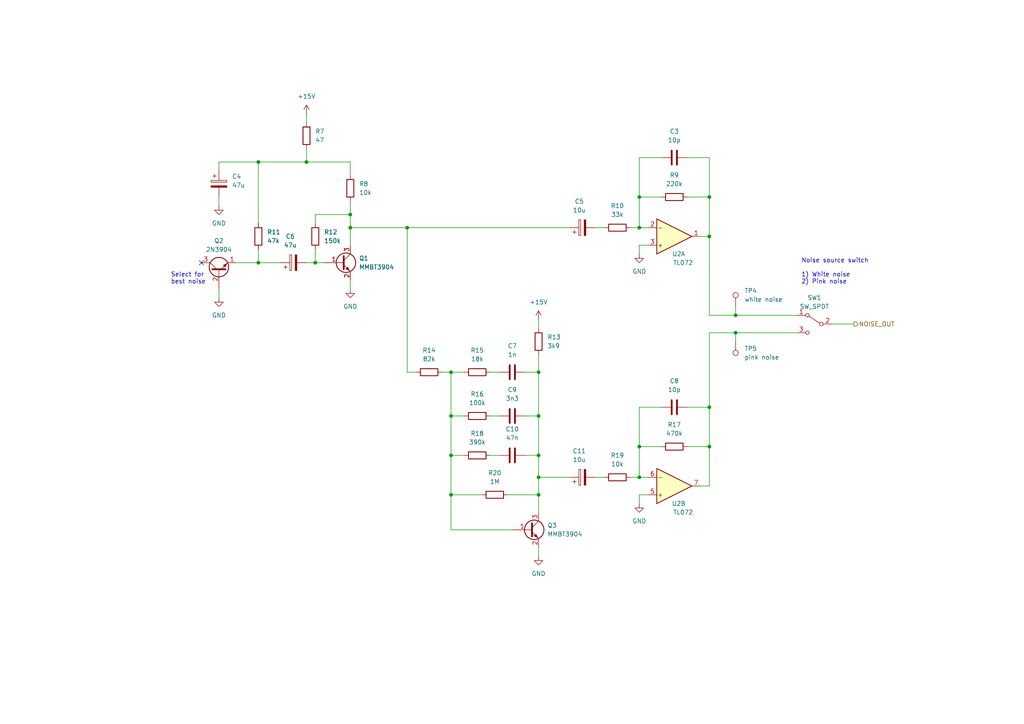
<source format=kicad_sch>
(kicad_sch (version 20211123) (generator eeschema)
  (paper "A4")
  (title_block (title "Josh Ox Ribbon Synth Sample and Hold Board") (date "2022-06-16") (rev "0") (comment 1 "creativecommons.org/licences/by/4.0") (comment 2 "License: CC by 4.0") (comment 3 "Author: Jordan Aceto"))
  (lib_symbols
    (symbol "Amplifier_Operational:TL072" (pin_names (offset 0.127))
      (property "Reference" "U" (at 0 5.08 0))
      (property "Value" "TL072" (at 0 -5.08 0))
      (symbol "TL072_1_1"
        (polyline (pts (xy -5.08 5.08) (xy 5.08 0) (xy -5.08 -5.08) (xy -5.08 5.08)) (stroke (width 0.254)) (fill (type background)))
        (pin output line (at 7.62 0 180) (length 2.54) (name "~") (number "1"))
        (pin input line (at -7.62 -2.54 0) (length 2.54) (name "-") (number "2"))
        (pin input line (at -7.62 2.54 0) (length 2.54) (name "+") (number "3"))
      )
      (symbol "TL072_2_1"
        (polyline (pts (xy -5.08 5.08) (xy 5.08 0) (xy -5.08 -5.08) (xy -5.08 5.08)) (stroke (width 0.254)) (fill (type background)))
        (pin input line (at -7.62 2.54 0) (length 2.54) (name "+") (number "5"))
        (pin input line (at -7.62 -2.54 0) (length 2.54) (name "-") (number "6"))
        (pin output line (at 7.62 0 180) (length 2.54) (name "~") (number "7"))
      )
      (symbol "TL072_3_1"
        (pin power_in line (at -2.54 -7.62 90) (length 3.81) (name "V-") (number "4"))
        (pin power_in line (at -2.54 7.62 270) (length 3.81) (name "V+") (number "8"))
      )
    )
    (symbol "Connector:TestPoint" (pin_numbers hide) (pin_names (offset 0.762) hide)
      (property "Reference" "TP" (at 0 6.858 0))
      (property "Value" "TestPoint" (at 0 5.08 0))
      (symbol "TestPoint_0_1"
        (circle (center 0 3.302) (radius 0.762))
      )
      (symbol "TestPoint_1_1"
        (pin passive line (at 0 0 90) (length 2.54) (name "1") (number "1"))
      )
    )
    (symbol "Device:C" (pin_numbers hide) (pin_names (offset 0.254))
      (property "Reference" "C" (at 0.635 2.54 0))
      (property "Value" "C" (at 0.635 -2.54 0))
      (symbol "C_0_1"
        (polyline (pts (xy -2.032 -0.762) (xy 2.032 -0.762)) (stroke (width 0.508)))
        (polyline (pts (xy -2.032 0.762) (xy 2.032 0.762)) (stroke (width 0.508)))
      )
      (symbol "C_1_1"
        (pin passive line (at 0 3.81 270) (length 2.794) (name "~") (number "1"))
        (pin passive line (at 0 -3.81 90) (length 2.794) (name "~") (number "2"))
      )
    )
    (symbol "Device:C_Polarized" (pin_numbers hide) (pin_names (offset 0.254))
      (property "Reference" "C" (at 0.635 2.54 0))
      (property "Value" "C_Polarized" (at 0.635 -2.54 0))
      (symbol "C_Polarized_0_1"
        (rectangle (start -2.286 0.508) (end 2.286 1.016))
        (polyline (pts (xy -1.778 2.286) (xy -0.762 2.286)))
        (polyline (pts (xy -1.27 2.794) (xy -1.27 1.778)))
        (rectangle (start 2.286 -0.508) (end -2.286 -1.016) (fill (type outline)))
      )
      (symbol "C_Polarized_1_1"
        (pin passive line (at 0 3.81 270) (length 2.794) (name "~") (number "1"))
        (pin passive line (at 0 -3.81 90) (length 2.794) (name "~") (number "2"))
      )
    )
    (symbol "Device:R" (pin_numbers hide) (pin_names (offset 0))
      (property "Reference" "R" (at 2.032 0 90))
      (property "Value" "R" (at 0 0 90))
      (symbol "R_0_1"
        (rectangle (start -1.016 -2.54) (end 1.016 2.54) (stroke (width 0.254)))
      )
      (symbol "R_1_1"
        (pin passive line (at 0 3.81 270) (length 1.27) (name "~") (number "1"))
        (pin passive line (at 0 -3.81 90) (length 1.27) (name "~") (number "2"))
      )
    )
    (symbol "Switch:SW_SPDT" (pin_names (offset 0) hide)
      (property "Reference" "SW" (at 0 4.318 0))
      (property "Value" "SW_SPDT" (at 0 -5.08 0))
      (symbol "SW_SPDT_0_0"
        (circle (center -2.032 0) (radius 0.508))
        (circle (center 2.032 -2.54) (radius 0.508))
      )
      (symbol "SW_SPDT_0_1"
        (polyline (pts (xy -1.524 0.254) (xy 1.651 2.286)))
        (circle (center 2.032 2.54) (radius 0.508))
      )
      (symbol "SW_SPDT_1_1"
        (pin passive line (at 5.08 2.54 180) (length 2.54) (name "A") (number "1"))
        (pin passive line (at -5.08 0 0) (length 2.54) (name "B") (number "2"))
        (pin passive line (at 5.08 -2.54 180) (length 2.54) (name "C") (number "3"))
      )
    )
    (symbol "Transistor_BJT:2N3904" (pin_names (offset 0) hide)
      (property "Reference" "Q" (at 5.08 1.905 0))
      (property "Value" "2N3904" (at 5.08 0 0))
      (symbol "2N3904_0_1"
        (polyline (pts (xy 0.635 0.635) (xy 2.54 2.54)))
        (polyline (pts (xy 0.635 -0.635) (xy 2.54 -2.54) (xy 2.54 -2.54)))
        (polyline (pts (xy 0.635 1.905) (xy 0.635 -1.905) (xy 0.635 -1.905)) (stroke (width 0.508)))
        (polyline (pts (xy 1.27 -1.778) (xy 1.778 -1.27) (xy 2.286 -2.286) (xy 1.27 -1.778) (xy 1.27 -1.778)) (fill (type outline)))
        (circle (center 1.27 0) (radius 2.8194) (stroke (width 0.254)))
      )
      (symbol "2N3904_1_1"
        (pin passive line (at 2.54 -5.08 90) (length 2.54) (name "E") (number "1"))
        (pin passive line (at -5.08 0 0) (length 5.715) (name "B") (number "2"))
        (pin passive line (at 2.54 5.08 270) (length 2.54) (name "C") (number "3"))
      )
    )
    (symbol "Transistor_BJT:MMBT3904" (pin_names (offset 0) hide)
      (property "Reference" "Q" (at 5.08 1.905 0))
      (property "Value" "MMBT3904" (at 5.08 0 0))
      (symbol "MMBT3904_0_1"
        (polyline (pts (xy 0.635 0.635) (xy 2.54 2.54)))
        (polyline (pts (xy 0.635 -0.635) (xy 2.54 -2.54) (xy 2.54 -2.54)))
        (polyline (pts (xy 0.635 1.905) (xy 0.635 -1.905) (xy 0.635 -1.905)) (stroke (width 0.508)))
        (polyline (pts (xy 1.27 -1.778) (xy 1.778 -1.27) (xy 2.286 -2.286) (xy 1.27 -1.778) (xy 1.27 -1.778)) (fill (type outline)))
        (circle (center 1.27 0) (radius 2.8194) (stroke (width 0.254)))
      )
      (symbol "MMBT3904_1_1"
        (pin input line (at -5.08 0 0) (length 5.715) (name "B") (number "1"))
        (pin passive line (at 2.54 -5.08 90) (length 2.54) (name "E") (number "2"))
        (pin passive line (at 2.54 5.08 270) (length 2.54) (name "C") (number "3"))
      )
    )
    (symbol "power:+15V" (power) (pin_names (offset 0))
      (property "Value" "+15V" (at 0 3.556 0))
      (symbol "+15V_0_1"
        (polyline (pts (xy -0.762 1.27) (xy 0 2.54)))
        (polyline (pts (xy 0 0) (xy 0 2.54)))
        (polyline (pts (xy 0 2.54) (xy 0.762 1.27)))
      )
      (symbol "+15V_1_1"
        (pin power_in line (at 0 0 90) (length 0) hide (name "+15V") (number "1"))
      )
    )
    (symbol "power:GND" (power) (pin_names (offset 0))
      (property "Value" "GND" (at 0 -3.81 0))
      (symbol "GND_0_1"
        (polyline (pts (xy 0 0) (xy 0 -1.27) (xy 1.27 -1.27) (xy 0 -2.54) (xy -1.27 -1.27) (xy 0 -1.27)))
      )
      (symbol "GND_1_1"
        (pin power_in line (at 0 0 270) (length 0) hide (name "GND") (number "1"))
      )
    )
  )
  (junction (at 205.74 68.58))
  (junction (at 213.36 91.44))
  (junction (at 156.21 107.95))
  (junction (at 213.36 96.52))
  (junction (at 101.6 62.23))
  (junction (at 156.21 138.43))
  (junction (at 156.21 132.08))
  (junction (at 130.81 107.95))
  (junction (at 205.74 118.11))
  (junction (at 88.9 46.99))
  (junction (at 101.6 66.04))
  (junction (at 156.21 143.51))
  (junction (at 205.74 57.15))
  (junction (at 185.42 57.15))
  (junction (at 130.81 143.51))
  (junction (at 74.93 46.99))
  (junction (at 185.42 66.04))
  (junction (at 185.42 129.54))
  (junction (at 130.81 120.65))
  (junction (at 74.93 76.2))
  (junction (at 118.11 66.04))
  (junction (at 185.42 138.43))
  (junction (at 130.81 132.08))
  (junction (at 91.44 76.2))
  (junction (at 156.21 120.65))
  (junction (at 205.74 129.54))
  (no_connect (at 58.42 76.2))
  (wire (pts (xy 101.6 46.99) (xy 101.6 50.8)))
  (wire (pts (xy 130.81 132.08) (xy 134.62 132.08)))
  (wire (pts (xy 191.77 45.72) (xy 185.42 45.72)))
  (wire (pts (xy 213.36 99.06) (xy 213.36 96.52)))
  (wire (pts (xy 185.42 118.11) (xy 185.42 129.54)))
  (wire (pts (xy 205.74 118.11) (xy 205.74 129.54)))
  (wire (pts (xy 91.44 62.23) (xy 101.6 62.23)))
  (wire (pts (xy 185.42 129.54) (xy 191.77 129.54)))
  (wire (pts (xy 191.77 118.11) (xy 185.42 118.11)))
  (wire (pts (xy 185.42 57.15) (xy 191.77 57.15)))
  (wire (pts (xy 172.72 138.43) (xy 175.26 138.43)))
  (wire (pts (xy 205.74 57.15) (xy 205.74 68.58)))
  (wire (pts (xy 88.9 33.02) (xy 88.9 35.56)))
  (wire (pts (xy 118.11 66.04) (xy 165.1 66.04)))
  (wire (pts (xy 205.74 96.52) (xy 205.74 118.11)))
  (wire (pts (xy 172.72 66.04) (xy 175.26 66.04)))
  (wire (pts (xy 156.21 102.87) (xy 156.21 107.95)))
  (wire (pts (xy 156.21 92.71) (xy 156.21 95.25)))
  (wire (pts (xy 185.42 45.72) (xy 185.42 57.15)))
  (wire (pts (xy 91.44 64.77) (xy 91.44 62.23)))
  (wire (pts (xy 88.9 46.99) (xy 101.6 46.99)))
  (wire (pts (xy 147.32 143.51) (xy 156.21 143.51)))
  (wire (pts (xy 74.93 76.2) (xy 81.28 76.2)))
  (wire (pts (xy 199.39 129.54) (xy 205.74 129.54)))
  (wire (pts (xy 130.81 143.51) (xy 130.81 132.08)))
  (wire (pts (xy 185.42 71.12) (xy 187.96 71.12)))
  (wire (pts (xy 213.36 91.44) (xy 205.74 91.44)))
  (wire (pts (xy 185.42 66.04) (xy 185.42 57.15)))
  (wire (pts (xy 130.81 143.51) (xy 139.7 143.51)))
  (wire (pts (xy 118.11 66.04) (xy 118.11 107.95)))
  (wire (pts (xy 63.5 49.53) (xy 63.5 46.99)))
  (wire (pts (xy 130.81 107.95) (xy 134.62 107.95)))
  (wire (pts (xy 156.21 143.51) (xy 156.21 138.43)))
  (wire (pts (xy 156.21 132.08) (xy 156.21 120.65)))
  (wire (pts (xy 156.21 148.59) (xy 156.21 143.51)))
  (wire (pts (xy 199.39 45.72) (xy 205.74 45.72)))
  (wire (pts (xy 91.44 72.39) (xy 91.44 76.2)))
  (wire (pts (xy 142.24 120.65) (xy 144.78 120.65)))
  (wire (pts (xy 205.74 45.72) (xy 205.74 57.15)))
  (wire (pts (xy 120.65 107.95) (xy 118.11 107.95)))
  (wire (pts (xy 91.44 76.2) (xy 93.98 76.2)))
  (wire (pts (xy 101.6 81.28) (xy 101.6 83.82)))
  (wire (pts (xy 187.96 66.04) (xy 185.42 66.04)))
  (wire (pts (xy 101.6 58.42) (xy 101.6 62.23)))
  (wire (pts (xy 101.6 62.23) (xy 101.6 66.04)))
  (wire (pts (xy 101.6 66.04) (xy 101.6 71.12)))
  (wire (pts (xy 231.14 91.44) (xy 213.36 91.44)))
  (wire (pts (xy 241.3 93.98) (xy 247.65 93.98)))
  (wire (pts (xy 156.21 158.75) (xy 156.21 161.29)))
  (wire (pts (xy 63.5 57.15) (xy 63.5 59.69)))
  (wire (pts (xy 88.9 76.2) (xy 91.44 76.2)))
  (wire (pts (xy 156.21 120.65) (xy 156.21 107.95)))
  (wire (pts (xy 156.21 138.43) (xy 156.21 132.08)))
  (wire (pts (xy 182.88 138.43) (xy 185.42 138.43)))
  (wire (pts (xy 156.21 138.43) (xy 165.1 138.43)))
  (wire (pts (xy 185.42 138.43) (xy 185.42 129.54)))
  (wire (pts (xy 205.74 129.54) (xy 205.74 140.97)))
  (wire (pts (xy 130.81 153.67) (xy 148.59 153.67)))
  (wire (pts (xy 128.27 107.95) (xy 130.81 107.95)))
  (wire (pts (xy 130.81 153.67) (xy 130.81 143.51)))
  (wire (pts (xy 156.21 107.95) (xy 152.4 107.95)))
  (wire (pts (xy 74.93 46.99) (xy 88.9 46.99)))
  (wire (pts (xy 63.5 83.82) (xy 63.5 86.36)))
  (wire (pts (xy 205.74 68.58) (xy 203.2 68.58)))
  (wire (pts (xy 101.6 66.04) (xy 118.11 66.04)))
  (wire (pts (xy 205.74 140.97) (xy 203.2 140.97)))
  (wire (pts (xy 142.24 107.95) (xy 144.78 107.95)))
  (wire (pts (xy 185.42 73.66) (xy 185.42 71.12)))
  (wire (pts (xy 74.93 72.39) (xy 74.93 76.2)))
  (wire (pts (xy 187.96 138.43) (xy 185.42 138.43)))
  (wire (pts (xy 152.4 120.65) (xy 156.21 120.65)))
  (wire (pts (xy 74.93 64.77) (xy 74.93 46.99)))
  (wire (pts (xy 182.88 66.04) (xy 185.42 66.04)))
  (wire (pts (xy 142.24 132.08) (xy 144.78 132.08)))
  (wire (pts (xy 199.39 57.15) (xy 205.74 57.15)))
  (wire (pts (xy 213.36 88.9) (xy 213.36 91.44)))
  (wire (pts (xy 185.42 146.05) (xy 185.42 143.51)))
  (wire (pts (xy 205.74 91.44) (xy 205.74 68.58)))
  (wire (pts (xy 63.5 46.99) (xy 74.93 46.99)))
  (wire (pts (xy 199.39 118.11) (xy 205.74 118.11)))
  (wire (pts (xy 88.9 43.18) (xy 88.9 46.99)))
  (wire (pts (xy 130.81 120.65) (xy 134.62 120.65)))
  (wire (pts (xy 213.36 96.52) (xy 205.74 96.52)))
  (wire (pts (xy 152.4 132.08) (xy 156.21 132.08)))
  (wire (pts (xy 130.81 120.65) (xy 130.81 107.95)))
  (wire (pts (xy 74.93 76.2) (xy 68.58 76.2)))
  (wire (pts (xy 185.42 143.51) (xy 187.96 143.51)))
  (wire (pts (xy 130.81 132.08) (xy 130.81 120.65)))
  (wire (pts (xy 231.14 96.52) (xy 213.36 96.52)))
  (text "Noise source switch\n\n1) White noise\n2) Pink noise" (at 232.41 82.55 0) (effects (font (size 1.27 1.27)) (justify left bottom)))
  (text "Select for \nbest noise" (at 49.53 82.55 0) (effects (font (size 1.27 1.27)) (justify left bottom)))
  (hierarchical_label "NOISE_OUT" (shape output) (at 247.65 93.98 0))
  (symbol (lib_id "Connector:TestPoint") (at 213.36 99.06 180) (unit 1) (in_bom no)
    (property "Reference" "TP5" (at 215.9 101.0919 0) (effects (justify right)))
    (property "Value" "pink noise" (at 215.9 103.6319 0) (effects (justify right)))
    (property "Footprint" "TestPoint:TestPoint_Keystone_5000-5004_Miniature" (effects hide))
  )
  (symbol (lib_id "Device:R") (at 156.21 99.06 0) (unit 1)
    (property "Reference" "R13" (at 158.75 97.7899 0) (effects (justify left)))
    (property "Value" "3k9" (at 158.75 100.3299 0) (effects (justify left)))
    (property "Footprint" "Resistor_SMD:R_0805_2012Metric" (effects hide))
  )
  (symbol (lib_id "Device:R") (at 91.44 68.58 0) (unit 1)
    (property "Reference" "R12" (at 93.98 67.3099 0) (effects (justify left)))
    (property "Value" "150k" (at 93.98 69.8499 0) (effects (justify left)))
    (property "Footprint" "Resistor_SMD:R_0805_2012Metric" (effects hide))
  )
  (symbol (lib_id "Device:C_Polarized") (at 168.91 66.04 90) (unit 1)
    (property "Reference" "C5" (at 168.021 58.42 90))
    (property "Value" "10u" (at 168.021 60.96 90))
    (property "Footprint" "Capacitor_THT:CP_Radial_D6.3mm_P2.50mm" (effects hide))
  )
  (symbol (lib_id "Device:C") (at 148.59 107.95 90) (unit 1)
    (property "Reference" "C7" (at 148.59 100.33 90))
    (property "Value" "1n" (at 148.59 102.87 90))
    (property "Footprint" "Capacitor_SMD:C_0805_2012Metric" (effects hide))
  )
  (symbol (lib_id "Device:C_Polarized") (at 85.09 76.2 90) (unit 1)
    (property "Reference" "C6" (at 84.201 68.58 90))
    (property "Value" "47u" (at 84.201 71.12 90))
    (property "Footprint" "Capacitor_THT:CP_Radial_D6.3mm_P2.50mm" (effects hide))
  )
  (symbol (lib_id "Device:R") (at 179.07 66.04 90) (unit 1)
    (property "Reference" "R10" (at 179.07 59.69 90))
    (property "Value" "33k" (at 179.07 62.23 90))
    (property "Footprint" "Resistor_SMD:R_0805_2012Metric" (effects hide))
  )
  (symbol (lib_id "Device:R") (at 138.43 107.95 90) (unit 1)
    (property "Reference" "R15" (at 138.43 101.6 90))
    (property "Value" "18k" (at 138.43 104.14 90))
    (property "Footprint" "Resistor_SMD:R_0805_2012Metric" (effects hide))
  )
  (symbol (lib_id "Device:C") (at 195.58 45.72 90) (unit 1)
    (property "Reference" "C3" (at 195.58 38.1 90))
    (property "Value" "10p" (at 195.58 40.64 90))
    (property "Footprint" "Capacitor_SMD:C_0805_2012Metric" (effects hide))
  )
  (symbol (lib_id "Amplifier_Operational:TL072") (at 195.58 140.97 0) (mirror x) (unit 2)
    (property "Reference" "U2" (at 196.85 146.05 0))
    (property "Value" "TL072" (at 198.12 148.59 0))
    (property "Footprint" "Package_SO:SO-8_5.3x6.2mm_P1.27mm" (effects hide))
    (property "Datasheet" "http://www.ti.com/lit/ds/symlink/tl071.pdf" (effects hide))
  )
  (symbol (lib_id "power:GND") (at 185.42 146.05 0) (unit 1)
    (property "Reference" "#PWR015" (effects hide))
    (property "Value" "GND" (at 185.42 151.13 0))
  )
  (symbol (lib_id "Device:R") (at 88.9 39.37 0) (unit 1)
    (property "Reference" "R7" (at 91.44 38.0999 0) (effects (justify left)))
    (property "Value" "47" (at 91.44 40.6399 0) (effects (justify left)))
    (property "Footprint" "Resistor_SMD:R_0805_2012Metric" (effects hide))
  )
  (symbol (lib_id "power:GND") (at 63.5 86.36 0) (unit 1)
    (property "Reference" "#PWR013" (effects hide))
    (property "Value" "GND" (at 63.5 91.44 0))
  )
  (symbol (lib_id "Device:R") (at 195.58 129.54 90) (unit 1)
    (property "Reference" "R17" (at 195.58 123.19 90))
    (property "Value" "470k" (at 195.58 125.73 90))
    (property "Footprint" "Resistor_SMD:R_0805_2012Metric" (effects hide))
  )
  (symbol (lib_id "power:GND") (at 156.21 161.29 0) (unit 1)
    (property "Reference" "#PWR016" (effects hide))
    (property "Value" "GND" (at 156.21 166.37 0))
  )
  (symbol (lib_id "power:+15V") (at 88.9 33.02 0) (unit 1)
    (property "Reference" "#PWR09" (effects hide))
    (property "Value" "+15V" (at 88.9 27.94 0))
  )
  (symbol (lib_id "Device:C") (at 148.59 132.08 90) (unit 1)
    (property "Reference" "C10" (at 148.59 124.46 90))
    (property "Value" "47n" (at 148.59 127 90))
    (property "Footprint" "Capacitor_SMD:C_0805_2012Metric" (effects hide))
  )
  (symbol (lib_id "Transistor_BJT:MMBT3904") (at 99.06 76.2 0) (unit 1)
    (property "Reference" "Q1" (at 104.14 74.9299 0) (effects (justify left)))
    (property "Value" "MMBT3904" (at 104.14 77.4699 0) (effects (justify left)))
    (property "Footprint" "Package_TO_SOT_SMD:SOT-23" (effects hide))
    (property "Datasheet" "https://www.onsemi.com/pub/Collateral/2N3903-D.PDF" (effects hide))
  )
  (symbol (lib_id "power:GND") (at 63.5 59.69 0) (unit 1)
    (property "Reference" "#PWR010" (effects hide))
    (property "Value" "GND" (at 63.5 64.77 0))
  )
  (symbol (lib_id "Device:C_Polarized") (at 63.5 53.34 0) (unit 1)
    (property "Reference" "C4" (at 67.31 51.1809 0) (effects (justify left)))
    (property "Value" "47u" (at 67.31 53.7209 0) (effects (justify left)))
    (property "Footprint" "Capacitor_THT:CP_Radial_D6.3mm_P2.50mm" (effects hide))
  )
  (symbol (lib_id "Connector:TestPoint") (at 213.36 88.9 0) (unit 1) (in_bom no)
    (property "Reference" "TP4" (at 215.9 84.3279 0) (effects (justify left)))
    (property "Value" "white noise" (at 215.9 86.8679 0) (effects (justify left)))
    (property "Footprint" "TestPoint:TestPoint_Keystone_5000-5004_Miniature" (effects hide))
  )
  (symbol (lib_id "Device:R") (at 138.43 120.65 90) (unit 1)
    (property "Reference" "R16" (at 138.43 114.3 90))
    (property "Value" "100k" (at 138.43 116.84 90))
    (property "Footprint" "Resistor_SMD:R_0805_2012Metric" (effects hide))
  )
  (symbol (lib_id "Device:R") (at 143.51 143.51 90) (unit 1)
    (property "Reference" "R20" (at 143.51 137.16 90))
    (property "Value" "1M" (at 143.51 139.7 90))
    (property "Footprint" "Resistor_SMD:R_0805_2012Metric" (effects hide))
  )
  (symbol (lib_id "power:GND") (at 185.42 73.66 0) (unit 1)
    (property "Reference" "#PWR011" (effects hide))
    (property "Value" "GND" (at 185.42 78.74 0))
  )
  (symbol (lib_id "Device:R") (at 74.93 68.58 0) (unit 1)
    (property "Reference" "R11" (at 77.47 67.3099 0) (effects (justify left)))
    (property "Value" "47k" (at 77.47 69.8499 0) (effects (justify left)))
    (property "Footprint" "Resistor_SMD:R_0805_2012Metric" (effects hide))
  )
  (symbol (lib_id "Device:C") (at 148.59 120.65 90) (unit 1)
    (property "Reference" "C9" (at 148.59 113.03 90))
    (property "Value" "3n3" (at 148.59 115.57 90))
    (property "Footprint" "Capacitor_SMD:C_0805_2012Metric" (effects hide))
  )
  (symbol (lib_id "Device:R") (at 101.6 54.61 0) (unit 1)
    (property "Reference" "R8" (at 104.14 53.3399 0) (effects (justify left)))
    (property "Value" "10k" (at 104.14 55.8799 0) (effects (justify left)))
    (property "Footprint" "Resistor_SMD:R_0805_2012Metric" (effects hide))
  )
  (symbol (lib_id "Device:R") (at 179.07 138.43 90) (unit 1)
    (property "Reference" "R19" (at 179.07 132.08 90))
    (property "Value" "10k" (at 179.07 134.62 90))
    (property "Footprint" "Resistor_SMD:R_0805_2012Metric" (effects hide))
  )
  (symbol (lib_id "Device:C_Polarized") (at 168.91 138.43 90) (unit 1)
    (property "Reference" "C11" (at 168.021 130.81 90))
    (property "Value" "10u" (at 168.021 133.35 90))
    (property "Footprint" "Capacitor_THT:CP_Radial_D6.3mm_P2.50mm" (effects hide))
  )
  (symbol (lib_id "Device:C") (at 195.58 118.11 90) (unit 1)
    (property "Reference" "C8" (at 195.58 110.49 90))
    (property "Value" "10p" (at 195.58 113.03 90))
    (property "Footprint" "Capacitor_SMD:C_0805_2012Metric" (effects hide))
  )
  (symbol (lib_id "Switch:SW_SPDT") (at 236.22 93.98 0) (mirror y) (unit 1)
    (property "Reference" "SW1" (at 236.22 86.36 0))
    (property "Value" "SW_SPDT" (at 236.22 88.9 0))
    (property "Footprint" "custom_footprints:SPDT_mini_toggle" (effects hide))
  )
  (symbol (lib_id "Device:R") (at 138.43 132.08 90) (unit 1)
    (property "Reference" "R18" (at 138.43 125.73 90))
    (property "Value" "390k" (at 138.43 128.27 90))
    (property "Footprint" "Resistor_SMD:R_0805_2012Metric" (effects hide))
  )
  (symbol (lib_id "power:+15V") (at 156.21 92.71 0) (unit 1)
    (property "Reference" "#PWR014" (effects hide))
    (property "Value" "+15V" (at 156.21 87.63 0))
  )
  (symbol (lib_id "Device:R") (at 124.46 107.95 90) (unit 1)
    (property "Reference" "R14" (at 124.46 101.6 90))
    (property "Value" "82k" (at 124.46 104.14 90))
    (property "Footprint" "Resistor_SMD:R_0805_2012Metric" (effects hide))
  )
  (symbol (lib_id "Transistor_BJT:MMBT3904") (at 153.67 153.67 0) (unit 1)
    (property "Reference" "Q3" (at 158.75 152.3999 0) (effects (justify left)))
    (property "Value" "MMBT3904" (at 158.75 154.9399 0) (effects (justify left)))
    (property "Footprint" "Package_TO_SOT_SMD:SOT-23" (effects hide))
    (property "Datasheet" "https://www.onsemi.com/pub/Collateral/2N3903-D.PDF" (effects hide))
  )
  (symbol (lib_id "Amplifier_Operational:TL072") (at 195.58 68.58 0) (mirror x) (unit 1)
    (property "Reference" "U2" (at 196.85 73.66 0))
    (property "Value" "TL072" (at 198.12 76.2 0))
    (property "Footprint" "Package_SO:SO-8_5.3x6.2mm_P1.27mm" (effects hide))
    (property "Datasheet" "http://www.ti.com/lit/ds/symlink/tl071.pdf" (effects hide))
  )
  (symbol (lib_id "Transistor_BJT:2N3904") (at 63.5 78.74 90) (unit 1)
    (property "Reference" "Q2" (at 63.5 69.85 90))
    (property "Value" "2N3904" (at 63.5 72.39 90))
    (property "Footprint" "Package_TO_SOT_THT:TO-92_Inline_Wide" (effects hide))
    (property "Datasheet" "https://www.onsemi.com/pub/Collateral/2N3903-D.PDF" (effects hide))
  )
  (symbol (lib_id "power:GND") (at 101.6 83.82 0) (unit 1)
    (property "Reference" "#PWR012" (effects hide))
    (property "Value" "GND" (at 101.6 88.9 0))
  )
  (symbol (lib_id "Device:R") (at 195.58 57.15 90) (unit 1)
    (property "Reference" "R9" (at 195.58 50.8 90))
    (property "Value" "220k" (at 195.58 53.34 90))
    (property "Footprint" "Resistor_SMD:R_0805_2012Metric" (effects hide))
  )
)
</source>
